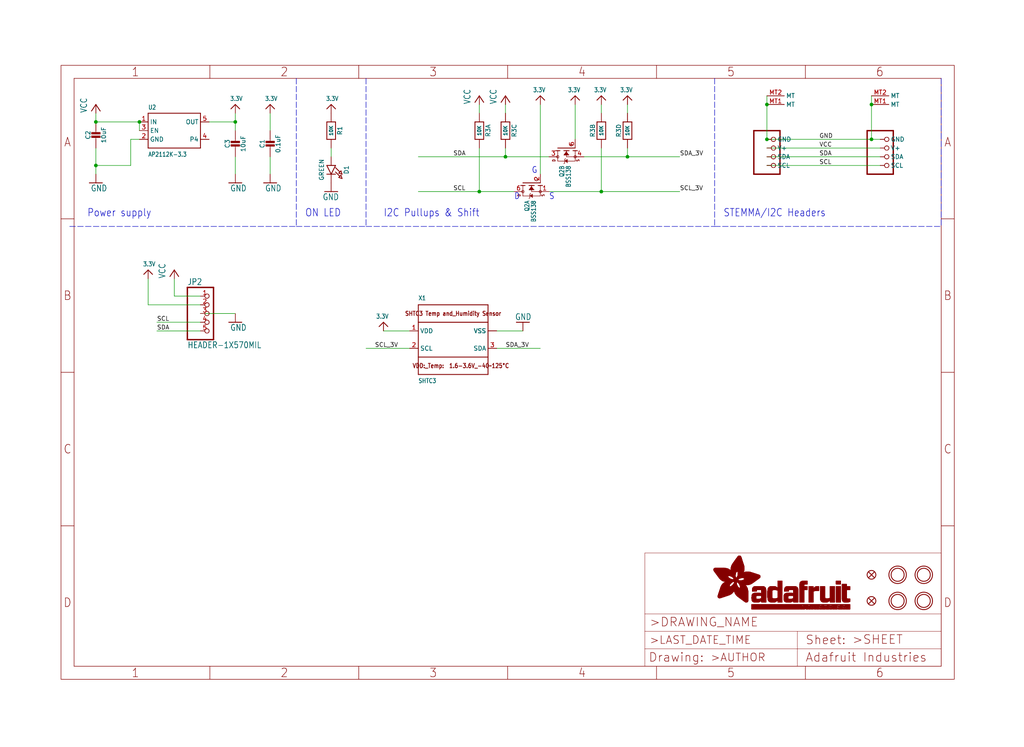
<source format=kicad_sch>
(kicad_sch (version 20211123) (generator eeschema)
  (paper "User" 298.45 217.881)
  (lib_symbols
    (symbol "eagleSchem-eagle-import:3.3V" (power)
      (property "Value" "3.3V" (at -1.524 1.016 0))
      (symbol "3.3V_1_0"
        (pin power_in line (at 0 -2.54 90) (length 2.54) (name "3.3V") (number "1"))
      )
    )
    (symbol "eagleSchem-eagle-import:CAP_CERAMIC0603_NO"
      (property "Reference" "C" (at -2.29 1.25 90))
      (property "Value" "CAP_CERAMIC0603_NO" (at 2.3 1.25 90))
      (symbol "CAP_CERAMIC0603_NO_1_0"
        (pin passive line (at 0 5.08 270) (length 2.54) (name "1") (number "1"))
        (pin passive line (at 0 -2.54 90) (length 2.54) (name "2") (number "2"))
      )
    )
    (symbol "eagleSchem-eagle-import:CAP_CERAMIC0805-NOOUTLINE"
      (property "Reference" "C" (at -2.29 1.25 90))
      (property "Value" "CAP_CERAMIC0805-NOOUTLINE" (at 2.3 1.25 90))
      (symbol "CAP_CERAMIC0805-NOOUTLINE_1_0"
        (pin passive line (at 0 5.08 270) (length 2.54) (name "1") (number "1"))
        (pin passive line (at 0 -2.54 90) (length 2.54) (name "2") (number "2"))
      )
    )
    (symbol "eagleSchem-eagle-import:FIDUCIAL_1MM")
    (symbol "eagleSchem-eagle-import:FRAME_A4_ADAFRUIT"
      (symbol "FRAME_A4_ADAFRUIT_0_0"
        (text "1" (at 21.6958 1.905 0) (effects (font (size 2.54 2.286))))
        (text "1" (at 21.6958 177.165 0) (effects (font (size 2.54 2.286))))
        (text "2" (at 65.0875 1.905 0) (effects (font (size 2.54 2.286))))
        (text "2" (at 65.0875 177.165 0) (effects (font (size 2.54 2.286))))
        (text "3" (at 108.4792 1.905 0) (effects (font (size 2.54 2.286))))
        (text "3" (at 108.4792 177.165 0) (effects (font (size 2.54 2.286))))
        (text "4" (at 151.8708 1.905 0) (effects (font (size 2.54 2.286))))
        (text "4" (at 151.8708 177.165 0) (effects (font (size 2.54 2.286))))
        (text "5" (at 195.2625 1.905 0) (effects (font (size 2.54 2.286))))
        (text "5" (at 195.2625 177.165 0) (effects (font (size 2.54 2.286))))
        (text "6" (at 238.6542 1.905 0) (effects (font (size 2.54 2.286))))
        (text "6" (at 238.6542 177.165 0) (effects (font (size 2.54 2.286))))
        (text "A" (at 1.905 156.6863 0) (effects (font (size 2.54 2.286))))
        (text "A" (at 258.445 156.6863 0) (effects (font (size 2.54 2.286))))
        (text "B" (at 1.905 111.9188 0) (effects (font (size 2.54 2.286))))
        (text "B" (at 258.445 111.9188 0) (effects (font (size 2.54 2.286))))
        (text "C" (at 1.905 67.1513 0) (effects (font (size 2.54 2.286))))
        (text "C" (at 258.445 67.1513 0) (effects (font (size 2.54 2.286))))
        (text "D" (at 1.905 22.3838 0) (effects (font (size 2.54 2.286))))
        (text "D" (at 258.445 22.3838 0) (effects (font (size 2.54 2.286))))
      )
      (symbol "FRAME_A4_ADAFRUIT_1_0"
        (text ">AUTHOR" (at 189.23 5.08 0) (effects (font (size 2.286 2.286)) (justify left bottom)))
        (text ">DRAWING_NAME" (at 171.45 15.24 0) (effects (font (size 2.54 2.54)) (justify left bottom)))
        (text ">LAST_DATE_TIME" (at 171.45 10.16 0) (effects (font (size 2.286 2.286)) (justify left bottom)))
        (text ">SHEET" (at 230.505 10.16 0) (effects (font (size 2.54 2.54)) (justify left bottom)))
        (text "Adafruit Industries" (at 216.916 4.953 0) (effects (font (size 2.54 2.54)) (justify left bottom)))
        (text "Drawing:" (at 171.196 4.953 0) (effects (font (size 2.54 2.54)) (justify left bottom)))
        (text "Sheet:" (at 216.916 10.033 0) (effects (font (size 2.54 2.54)) (justify left bottom)))
      )
    )
    (symbol "eagleSchem-eagle-import:GND" (power)
      (property "Value" "GND" (at -2.54 -2.54 0))
      (symbol "GND_1_0"
        (pin power_in line (at 0 2.54 270) (length 2.54) (name "GND") (number "1"))
      )
    )
    (symbol "eagleSchem-eagle-import:HEADER-1X570MIL"
      (property "Reference" "JP" (at -6.35 8.255 0))
      (property "Value" "HEADER-1X570MIL" (at -6.35 -10.16 0))
      (symbol "HEADER-1X570MIL_1_0"
        (pin passive inverted (at -2.54 5.08 0) (length 2.54) (name "1") (number "1"))
        (pin passive inverted (at -2.54 2.54 0) (length 2.54) (name "2") (number "2"))
        (pin passive inverted (at -2.54 0 0) (length 2.54) (name "3") (number "3"))
        (pin passive inverted (at -2.54 -2.54 0) (length 2.54) (name "4") (number "4"))
        (pin passive inverted (at -2.54 -5.08 0) (length 2.54) (name "5") (number "5"))
      )
    )
    (symbol "eagleSchem-eagle-import:LED0603_NOOUTLINE"
      (property "Reference" "D" (at -1.27 4.445 0))
      (property "Value" "LED0603_NOOUTLINE" (at -1.27 -2.794 0))
      (symbol "LED0603_NOOUTLINE_1_0"
        (pin passive line (at -5.08 0 0) (length 2.54) (name "A") (number "A"))
        (pin passive line (at 2.54 0 180) (length 2.54) (name "C") (number "C"))
      )
    )
    (symbol "eagleSchem-eagle-import:MOSFET-N_DUAL"
      (property "Reference" "Q" (at 5.08 0.635 0))
      (property "Value" "MOSFET-N_DUAL" (at 5.08 -1.27 0))
      (symbol "MOSFET-N_DUAL_1_0"
        (text "D" (at 3.175 3.175 0) (effects (font (size 0.8128 0.6908)) (justify left bottom)))
        (text "G" (at -1.27 -1.905 0) (effects (font (size 0.8128 0.6908)) (justify left bottom)))
        (text "S" (at 3.175 -3.81 0) (effects (font (size 0.8128 0.6908)) (justify left bottom)))
        (pin bidirectional line (at 2.54 -5.08 90) (length 2.54) (name "S") (number "1"))
        (pin bidirectional line (at -2.54 -2.54 0) (length 2.54) (name "G") (number "2"))
        (pin bidirectional line (at 2.54 5.08 270) (length 2.54) (name "D") (number "6"))
      )
      (symbol "MOSFET-N_DUAL_2_0"
        (text "D" (at 3.175 3.175 0) (effects (font (size 0.8128 0.6908)) (justify left bottom)))
        (text "G" (at -1.27 -1.905 0) (effects (font (size 0.8128 0.6908)) (justify left bottom)))
        (text "S" (at 3.175 -3.81 0) (effects (font (size 0.8128 0.6908)) (justify left bottom)))
        (pin bidirectional line (at 2.54 5.08 270) (length 2.54) (name "D") (number "3"))
        (pin bidirectional line (at 2.54 -5.08 90) (length 2.54) (name "S") (number "4"))
        (pin bidirectional line (at -2.54 -2.54 0) (length 2.54) (name "G") (number "5"))
      )
    )
    (symbol "eagleSchem-eagle-import:MOUNTINGHOLE2.5")
    (symbol "eagleSchem-eagle-import:RESISTOR_0603_NOOUT"
      (property "Reference" "R" (at 0 2.54 0))
      (property "Value" "RESISTOR_0603_NOOUT" (at 0 0 0))
      (symbol "RESISTOR_0603_NOOUT_1_0"
        (pin passive line (at -5.08 0 0) (length 2.54) (name "1") (number "1"))
        (pin passive line (at 5.08 0 180) (length 2.54) (name "2") (number "2"))
      )
    )
    (symbol "eagleSchem-eagle-import:RESISTOR_4PACK"
      (property "Reference" "R" (at 0 2.54 0))
      (property "Value" "RESISTOR_4PACK" (at 0 0 0))
      (symbol "RESISTOR_4PACK_1_0"
        (pin passive line (at -5.08 0 0) (length 2.54) (name "1") (number "1"))
        (pin passive line (at 5.08 0 180) (length 2.54) (name "2") (number "8"))
      )
      (symbol "RESISTOR_4PACK_2_0"
        (pin passive line (at -5.08 0 0) (length 2.54) (name "1") (number "2"))
        (pin passive line (at 5.08 0 180) (length 2.54) (name "2") (number "7"))
      )
      (symbol "RESISTOR_4PACK_3_0"
        (pin passive line (at -5.08 0 0) (length 2.54) (name "1") (number "3"))
        (pin passive line (at 5.08 0 180) (length 2.54) (name "2") (number "6"))
      )
      (symbol "RESISTOR_4PACK_4_0"
        (pin passive line (at -5.08 0 0) (length 2.54) (name "1") (number "4"))
        (pin passive line (at 5.08 0 180) (length 2.54) (name "2") (number "5"))
      )
    )
    (symbol "eagleSchem-eagle-import:SHTC3"
      (property "Reference" "X" (at -10.16 11.43 0))
      (property "Value" "SHTC3" (at -10.16 -12.7 0))
      (symbol "SHTC3_1_0"
        (text "1.6-3.6V_-40~125°C" (at -1.27 -7.62 0) (effects (font (size 1.27 1.0795) (thickness 0.2159) bold) (justify left)))
        (text "SHTC3 Temp and_Humidity Sensor" (at 0 7.62 0) (effects (font (size 1.27 1.0795) (thickness 0.2159) bold)))
        (text "VDD:_Temp:" (at -2.54 -7.62 0) (effects (font (size 1.27 1.0795) (thickness 0.2159) bold) (justify right)))
        (pin power_in line (at -12.7 2.54 0) (length 2.54) (name "VDD") (number "1"))
        (pin bidirectional line (at -12.7 -2.54 0) (length 2.54) (name "SCL") (number "2"))
        (pin bidirectional line (at 12.7 -2.54 180) (length 2.54) (name "SDA") (number "3"))
        (pin power_in line (at 12.7 2.54 180) (length 2.54) (name "VSS") (number "4"))
        (pin power_in line (at 12.7 2.54 180) (length 2.54) (name "VSS") (number "MNT"))
      )
    )
    (symbol "eagleSchem-eagle-import:STEMMA_I2C_QT"
      (symbol "STEMMA_I2C_QT_1_0"
        (pin passive inverted (at 0 5.08 0) (length 2.54) (name "GND") (number "1"))
        (pin passive inverted (at 0 2.54 0) (length 2.54) (name "V+") (number "2"))
        (pin passive inverted (at 0 0 0) (length 2.54) (name "SDA") (number "3"))
        (pin passive inverted (at 0 -2.54 0) (length 2.54) (name "SCL") (number "4"))
      )
      (symbol "STEMMA_I2C_QT_2_0"
        (pin bidirectional line (at 0 0 0) (length 5.08) (name "MT") (number "MT1"))
      )
      (symbol "STEMMA_I2C_QT_3_0"
        (pin bidirectional line (at 0 0 0) (length 5.08) (name "MT") (number "MT2"))
      )
    )
    (symbol "eagleSchem-eagle-import:VCC" (power)
      (property "Value" "VCC" (at -2.54 -2.54 90))
      (symbol "VCC_1_0"
        (pin power_in line (at 0 -2.54 90) (length 2.54) (name "VCC") (number "1"))
      )
    )
    (symbol "eagleSchem-eagle-import:VREG_SOT23-5"
      (property "Reference" "U" (at -7.62 6.096 0))
      (property "Value" "VREG_SOT23-5" (at -7.62 -7.62 0))
      (symbol "VREG_SOT23-5_1_0"
        (pin power_in line (at -10.16 2.54 0) (length 2.54) (name "IN") (number "1"))
        (pin power_in line (at -10.16 -2.54 0) (length 2.54) (name "GND") (number "2"))
        (pin input line (at -10.16 0 0) (length 2.54) (name "EN") (number "3"))
        (pin bidirectional line (at 10.16 -2.54 180) (length 2.54) (name "P4") (number "4"))
        (pin power_in line (at 10.16 2.54 180) (length 2.54) (name "OUT") (number "5"))
      )
    )
  )
  (junction (at 223.52 40.64))
  (junction (at 40.64 35.56))
  (junction (at 175.26 55.88))
  (junction (at 68.58 35.56))
  (junction (at 254 30.48))
  (junction (at 147.32 45.72))
  (junction (at 254 40.64))
  (junction (at 27.94 48.26))
  (junction (at 139.7 55.88))
  (junction (at 223.52 30.48))
  (junction (at 182.88 45.72))
  (junction (at 27.94 35.56))
  (wire (pts (xy 160.02 55.88) (xy 175.26 55.88)))
  (wire (pts (xy 167.64 40.64) (xy 167.64 30.48)))
  (wire (pts (xy 182.88 45.72) (xy 198.12 45.72)))
  (wire (pts (xy 68.58 35.56) (xy 68.58 38.1)))
  (wire (pts (xy 119.38 101.6) (xy 106.68 101.6)))
  (wire (pts (xy 254 27.94) (xy 254 30.48)))
  (wire (pts (xy 38.1 40.64) (xy 38.1 48.26)))
  (wire (pts (xy 170.18 45.72) (xy 182.88 45.72)))
  (polyline (pts (xy 208.28 22.86) (xy 208.28 66.04)))
  (wire (pts (xy 68.58 35.56) (xy 68.58 33.02)))
  (polyline (pts (xy 208.28 66.04) (xy 274.32 66.04)))
  (polyline (pts (xy 106.68 22.86) (xy 106.68 66.04)))
  (polyline (pts (xy 86.36 66.04) (xy 106.68 66.04)))
  (wire (pts (xy 58.42 93.98) (xy 45.72 93.98)))
  (polyline (pts (xy 20.32 66.04) (xy 86.36 66.04)))
  (wire (pts (xy 139.7 55.88) (xy 121.92 55.88)))
  (wire (pts (xy 58.42 88.9) (xy 43.18 88.9)))
  (wire (pts (xy 78.74 33.02) (xy 78.74 38.1)))
  (wire (pts (xy 254 30.48) (xy 254 40.64)))
  (wire (pts (xy 144.78 101.6) (xy 157.48 101.6)))
  (wire (pts (xy 58.42 96.52) (xy 45.72 96.52)))
  (polyline (pts (xy 86.36 22.86) (xy 86.36 66.04)))
  (wire (pts (xy 40.64 38.1) (xy 40.64 35.56)))
  (wire (pts (xy 160.02 45.72) (xy 147.32 45.72)))
  (wire (pts (xy 149.86 55.88) (xy 139.7 55.88)))
  (polyline (pts (xy 274.32 22.86) (xy 274.32 66.04)))
  (wire (pts (xy 50.8 86.36) (xy 50.8 81.28)))
  (wire (pts (xy 139.7 30.48) (xy 139.7 33.02)))
  (wire (pts (xy 152.4 96.52) (xy 144.78 96.52)))
  (wire (pts (xy 175.26 55.88) (xy 198.12 55.88)))
  (wire (pts (xy 78.74 45.72) (xy 78.74 50.8)))
  (wire (pts (xy 223.52 43.18) (xy 256.54 43.18)))
  (wire (pts (xy 60.96 35.56) (xy 68.58 35.56)))
  (wire (pts (xy 157.48 50.8) (xy 157.48 30.48)))
  (wire (pts (xy 58.42 86.36) (xy 50.8 86.36)))
  (wire (pts (xy 38.1 48.26) (xy 27.94 48.26)))
  (wire (pts (xy 27.94 48.26) (xy 27.94 50.8)))
  (wire (pts (xy 223.52 27.94) (xy 223.52 30.48)))
  (wire (pts (xy 27.94 48.26) (xy 27.94 43.18)))
  (wire (pts (xy 40.64 40.64) (xy 38.1 40.64)))
  (wire (pts (xy 175.26 43.18) (xy 175.26 55.88)))
  (wire (pts (xy 40.64 35.56) (xy 27.94 35.56)))
  (wire (pts (xy 182.88 43.18) (xy 182.88 45.72)))
  (wire (pts (xy 147.32 33.02) (xy 147.32 30.48)))
  (wire (pts (xy 96.52 45.72) (xy 96.52 43.18)))
  (wire (pts (xy 147.32 43.18) (xy 147.32 45.72)))
  (polyline (pts (xy 106.68 66.04) (xy 208.28 66.04)))
  (wire (pts (xy 175.26 33.02) (xy 175.26 30.48)))
  (wire (pts (xy 223.52 48.26) (xy 256.54 48.26)))
  (wire (pts (xy 68.58 45.72) (xy 68.58 50.8)))
  (wire (pts (xy 256.54 40.64) (xy 254 40.64)))
  (wire (pts (xy 58.42 91.44) (xy 68.58 91.44)))
  (wire (pts (xy 254 40.64) (xy 223.52 40.64)))
  (wire (pts (xy 223.52 30.48) (xy 223.52 40.64)))
  (wire (pts (xy 182.88 33.02) (xy 182.88 30.48)))
  (wire (pts (xy 27.94 33.02) (xy 27.94 35.56)))
  (wire (pts (xy 111.76 96.52) (xy 119.38 96.52)))
  (wire (pts (xy 43.18 88.9) (xy 43.18 81.28)))
  (wire (pts (xy 256.54 45.72) (xy 223.52 45.72)))
  (wire (pts (xy 147.32 45.72) (xy 121.92 45.72)))
  (wire (pts (xy 139.7 43.18) (xy 139.7 55.88)))
  (text "D" (at 149.86 58.42 180) (effects (font (size 1.778 1.5113)) (justify left bottom)))
  (text "STEMMA/I2C Headers" (at 210.82 63.5 180) (effects (font (size 2.1844 1.8567)) (justify left bottom)))
  (text "ON LED" (at 88.9 63.5 180) (effects (font (size 2.1844 1.8567)) (justify left bottom)))
  (text "S" (at 160.02 58.42 180) (effects (font (size 1.778 1.5113)) (justify left bottom)))
  (text "I2C Pullups & Shift" (at 111.76 63.5 180) (effects (font (size 2.1844 1.8567)) (justify left bottom)))
  (text "G" (at 154.94 50.8 180) (effects (font (size 1.778 1.5113)) (justify left bottom)))
  (text "Power supply" (at 25.4 63.5 180) (effects (font (size 2.1844 1.8567)) (justify left bottom)))
  (label "VCC" (at 238.76 43.18 0) (effects (font (size 1.2446 1.2446))))
  (label "SCL_3V" (at 109.22 101.6 0) (effects (font (size 1.2446 1.2446))))
  (label "SDA" (at 132.08 45.72 0) (effects (font (size 1.2446 1.2446))))
  (label "GND" (at 238.76 40.64 0) (effects (font (size 1.2446 1.2446))))
  (label "SCL" (at 45.72 93.98 0) (effects (font (size 1.2446 1.2446))))
  (label "SDA" (at 45.72 96.52 0) (effects (font (size 1.2446 1.2446))))
  (label "SCL_3V" (at 198.12 55.88 0) (effects (font (size 1.2446 1.2446))))
  (label "SDA_3V" (at 198.12 45.72 0) (effects (font (size 1.2446 1.2446))))
  (label "SDA" (at 238.76 45.72 0) (effects (font (size 1.2446 1.2446))))
  (label "SCL" (at 238.76 48.26 0) (effects (font (size 1.2446 1.2446))))
  (label "SCL" (at 132.08 55.88 0) (effects (font (size 1.2446 1.2446))))
  (label "SDA_3V" (at 147.32 101.6 0) (effects (font (size 1.2446 1.2446))))
  (symbol (lib_id "eagleSchem-eagle-import:RESISTOR_4PACK") (at 139.7 38.1 270) (unit 1)
    (property "Reference" "R3" (at 142.24 38.1 0))
    (property "Value" "10K" (at 139.7 38.1 0) (effects (font (size 1.016 1.016) bold)))
    (property "Footprint" "eagleSchem:RESPACK_4X0603" (effects hide))
  )
  (symbol (lib_id "eagleSchem-eagle-import:CAP_CERAMIC0603_NO") (at 78.74 43.18 0) (unit 1)
    (property "Reference" "C1" (at 76.45 41.93 90))
    (property "Value" "0.1uF" (at 81.04 41.93 90))
    (property "Footprint" "eagleSchem:0603-NO" (effects hide))
  )
  (symbol (lib_id "eagleSchem-eagle-import:3.3V") (at 78.74 30.48 0) (unit 1)
    (property "Reference" "#U$14" (effects hide))
    (property "Value" "3.3V" (at 77.216 29.464 0) (effects (font (size 1.27 1.0795)) (justify left bottom)))
    (property "Footprint" "eagleSchem:" (effects hide))
  )
  (symbol (lib_id "eagleSchem-eagle-import:STEMMA_I2C_QT") (at 256.54 45.72 0) (unit 1)
    (property "Reference" "CONN4" (effects hide))
    (property "Value" "STEMMA_I2C_QT" (effects hide))
    (property "Footprint" "eagleSchem:JST_SH4" (effects hide))
  )
  (symbol (lib_id "eagleSchem-eagle-import:3.3V") (at 167.64 27.94 0) (mirror y) (unit 1)
    (property "Reference" "#U$23" (effects hide))
    (property "Value" "3.3V" (at 169.164 26.924 0) (effects (font (size 1.27 1.0795)) (justify left bottom)))
    (property "Footprint" "eagleSchem:" (effects hide))
  )
  (symbol (lib_id "eagleSchem-eagle-import:VCC") (at 139.7 27.94 0) (unit 1)
    (property "Reference" "#P+1" (effects hide))
    (property "Value" "VCC" (at 137.16 30.48 90) (effects (font (size 1.778 1.5113)) (justify left bottom)))
    (property "Footprint" "eagleSchem:" (effects hide))
  )
  (symbol (lib_id "eagleSchem-eagle-import:3.3V") (at 182.88 27.94 0) (mirror y) (unit 1)
    (property "Reference" "#U$7" (effects hide))
    (property "Value" "3.3V" (at 184.404 26.924 0) (effects (font (size 1.27 1.0795)) (justify left bottom)))
    (property "Footprint" "eagleSchem:" (effects hide))
  )
  (symbol (lib_id "eagleSchem-eagle-import:3.3V") (at 157.48 27.94 0) (mirror y) (unit 1)
    (property "Reference" "#U$26" (effects hide))
    (property "Value" "3.3V" (at 159.004 26.924 0) (effects (font (size 1.27 1.0795)) (justify left bottom)))
    (property "Footprint" "eagleSchem:" (effects hide))
  )
  (symbol (lib_id "eagleSchem-eagle-import:GND") (at 152.4 93.98 180) (unit 1)
    (property "Reference" "#GND1" (effects hide))
    (property "Value" "GND" (at 154.94 91.44 0) (effects (font (size 1.778 1.5113)) (justify left bottom)))
    (property "Footprint" "eagleSchem:" (effects hide))
  )
  (symbol (lib_id "eagleSchem-eagle-import:STEMMA_I2C_QT") (at 254 30.48 0) (unit 2)
    (property "Reference" "CONN4" (effects hide))
    (property "Value" "STEMMA_I2C_QT" (effects hide))
    (property "Footprint" "eagleSchem:JST_SH4" (effects hide))
  )
  (symbol (lib_id "eagleSchem-eagle-import:3.3V") (at 68.58 30.48 0) (unit 1)
    (property "Reference" "#U$15" (effects hide))
    (property "Value" "3.3V" (at 67.056 29.464 0) (effects (font (size 1.27 1.0795)) (justify left bottom)))
    (property "Footprint" "eagleSchem:" (effects hide))
  )
  (symbol (lib_id "eagleSchem-eagle-import:VCC") (at 50.8 78.74 0) (unit 1)
    (property "Reference" "#P+4" (effects hide))
    (property "Value" "VCC" (at 48.26 81.28 90) (effects (font (size 1.778 1.5113)) (justify left bottom)))
    (property "Footprint" "eagleSchem:" (effects hide))
  )
  (symbol (lib_id "eagleSchem-eagle-import:FRAME_A4_ADAFRUIT") (at 17.78 198.12 0) (unit 1)
    (property "Reference" "#U$18" (effects hide))
    (property "Value" "FRAME_A4_ADAFRUIT" (effects hide))
    (property "Footprint" "eagleSchem:" (effects hide))
  )
  (symbol (lib_id "eagleSchem-eagle-import:3.3V") (at 43.18 78.74 0) (unit 1)
    (property "Reference" "#U$16" (effects hide))
    (property "Value" "3.3V" (at 41.656 77.724 0) (effects (font (size 1.27 1.0795)) (justify left bottom)))
    (property "Footprint" "eagleSchem:" (effects hide))
  )
  (symbol (lib_id "eagleSchem-eagle-import:RESISTOR_0603_NOOUT") (at 96.52 38.1 270) (unit 1)
    (property "Reference" "R1" (at 99.06 38.1 0))
    (property "Value" "10K" (at 96.52 38.1 0) (effects (font (size 1.016 1.016) bold)))
    (property "Footprint" "eagleSchem:0603-NO" (effects hide))
  )
  (symbol (lib_id "eagleSchem-eagle-import:HEADER-1X570MIL") (at 60.96 91.44 0) (unit 1)
    (property "Reference" "JP2" (at 54.61 83.185 0) (effects (font (size 1.778 1.5113)) (justify left bottom)))
    (property "Value" "HEADER-1X570MIL" (at 54.61 101.6 0) (effects (font (size 1.778 1.5113)) (justify left bottom)))
    (property "Footprint" "eagleSchem:1X05_ROUND_70" (effects hide))
  )
  (symbol (lib_id "eagleSchem-eagle-import:MOUNTINGHOLE2.5") (at 261.62 175.26 0) (unit 1)
    (property "Reference" "U$1" (effects hide))
    (property "Value" "MOUNTINGHOLE2.5" (effects hide))
    (property "Footprint" "eagleSchem:MOUNTINGHOLE_2.5_PLATED" (effects hide))
  )
  (symbol (lib_id "eagleSchem-eagle-import:3.3V") (at 111.76 93.98 0) (mirror y) (unit 1)
    (property "Reference" "#U$2" (effects hide))
    (property "Value" "3.3V" (at 113.284 92.964 0) (effects (font (size 1.27 1.0795)) (justify left bottom)))
    (property "Footprint" "eagleSchem:" (effects hide))
  )
  (symbol (lib_id "eagleSchem-eagle-import:FIDUCIAL_1MM") (at 254 175.26 0) (unit 1)
    (property "Reference" "FID3" (effects hide))
    (property "Value" "FIDUCIAL_1MM" (effects hide))
    (property "Footprint" "eagleSchem:FIDUCIAL_1MM" (effects hide))
  )
  (symbol (lib_id "eagleSchem-eagle-import:GND") (at 27.94 53.34 0) (unit 1)
    (property "Reference" "#U$13" (effects hide))
    (property "Value" "GND" (at 26.416 55.88 0) (effects (font (size 1.778 1.5113)) (justify left bottom)))
    (property "Footprint" "eagleSchem:" (effects hide))
  )
  (symbol (lib_id "eagleSchem-eagle-import:CAP_CERAMIC0805-NOOUTLINE") (at 68.58 43.18 0) (unit 1)
    (property "Reference" "C3" (at 66.29 41.93 90))
    (property "Value" "10uF" (at 70.88 41.93 90))
    (property "Footprint" "eagleSchem:0805-NO" (effects hide))
  )
  (symbol (lib_id "eagleSchem-eagle-import:CAP_CERAMIC0805-NOOUTLINE") (at 27.94 40.64 0) (unit 1)
    (property "Reference" "C2" (at 25.65 39.39 90))
    (property "Value" "10uF" (at 30.24 39.39 90))
    (property "Footprint" "eagleSchem:0805-NO" (effects hide))
  )
  (symbol (lib_id "eagleSchem-eagle-import:VCC") (at 27.94 30.48 0) (unit 1)
    (property "Reference" "#P+3" (effects hide))
    (property "Value" "VCC" (at 25.4 33.02 90) (effects (font (size 1.778 1.5113)) (justify left bottom)))
    (property "Footprint" "eagleSchem:" (effects hide))
  )
  (symbol (lib_id "eagleSchem-eagle-import:GND") (at 96.52 55.88 0) (unit 1)
    (property "Reference" "#GND6" (effects hide))
    (property "Value" "GND" (at 93.98 58.42 0) (effects (font (size 1.778 1.5113)) (justify left bottom)))
    (property "Footprint" "eagleSchem:" (effects hide))
  )
  (symbol (lib_id "eagleSchem-eagle-import:STEMMA_I2C_QT") (at 254 27.94 0) (unit 3)
    (property "Reference" "CONN4" (effects hide))
    (property "Value" "STEMMA_I2C_QT" (effects hide))
    (property "Footprint" "eagleSchem:JST_SH4" (effects hide))
  )
  (symbol (lib_id "eagleSchem-eagle-import:MOUNTINGHOLE2.5") (at 269.24 175.26 0) (unit 1)
    (property "Reference" "U$21" (effects hide))
    (property "Value" "MOUNTINGHOLE2.5" (effects hide))
    (property "Footprint" "eagleSchem:MOUNTINGHOLE_2.5_PLATED" (effects hide))
  )
  (symbol (lib_id "eagleSchem-eagle-import:3.3V") (at 96.52 30.48 0) (unit 1)
    (property "Reference" "#U$3" (effects hide))
    (property "Value" "3.3V" (at 94.996 29.464 0) (effects (font (size 1.27 1.0795)) (justify left bottom)))
    (property "Footprint" "eagleSchem:" (effects hide))
  )
  (symbol (lib_id "eagleSchem-eagle-import:SHTC3") (at 132.08 99.06 0) (unit 1)
    (property "Reference" "X1" (at 121.92 87.63 0) (effects (font (size 1.27 1.0795)) (justify left bottom)))
    (property "Value" "SHTC3" (at 121.92 111.76 0) (effects (font (size 1.27 1.0795)) (justify left bottom)))
    (property "Footprint" "eagleSchem:SHTC3" (effects hide))
  )
  (symbol (lib_id "eagleSchem-eagle-import:STEMMA_I2C_QT") (at 223.52 45.72 0) (unit 1)
    (property "Reference" "CONN3" (effects hide))
    (property "Value" "STEMMA_I2C_QT" (effects hide))
    (property "Footprint" "eagleSchem:JST_SH4" (effects hide))
  )
  (symbol (lib_id "eagleSchem-eagle-import:RESISTOR_4PACK") (at 147.32 38.1 270) (unit 3)
    (property "Reference" "R3" (at 149.86 38.1 0))
    (property "Value" "10K" (at 147.32 38.1 0) (effects (font (size 1.016 1.016) bold)))
    (property "Footprint" "eagleSchem:RESPACK_4X0603" (effects hide))
  )
  (symbol (lib_id "eagleSchem-eagle-import:MOSFET-N_DUAL") (at 154.94 53.34 90) (mirror x) (unit 1)
    (property "Reference" "Q2" (at 154.305 58.42 0) (effects (font (size 1.27 1.0795)) (justify left bottom)))
    (property "Value" "BSS138" (at 156.21 58.42 0) (effects (font (size 1.27 1.0795)) (justify left bottom)))
    (property "Footprint" "eagleSchem:SOT363" (effects hide))
  )
  (symbol (lib_id "eagleSchem-eagle-import:MOSFET-N_DUAL") (at 165.1 43.18 90) (mirror x) (unit 2)
    (property "Reference" "Q2" (at 164.465 48.26 0) (effects (font (size 1.27 1.0795)) (justify left bottom)))
    (property "Value" "BSS138" (at 166.37 48.26 0) (effects (font (size 1.27 1.0795)) (justify left bottom)))
    (property "Footprint" "eagleSchem:SOT363" (effects hide))
  )
  (symbol (lib_id "eagleSchem-eagle-import:VREG_SOT23-5") (at 50.8 38.1 0) (unit 1)
    (property "Reference" "U2" (at 43.18 32.004 0) (effects (font (size 1.27 1.0795)) (justify left bottom)))
    (property "Value" "AP2112K-3.3" (at 43.18 45.72 0) (effects (font (size 1.27 1.0795)) (justify left bottom)))
    (property "Footprint" "eagleSchem:SOT23-5" (effects hide))
  )
  (symbol (lib_id "eagleSchem-eagle-import:STEMMA_I2C_QT") (at 223.52 30.48 0) (unit 2)
    (property "Reference" "CONN3" (effects hide))
    (property "Value" "STEMMA_I2C_QT" (effects hide))
    (property "Footprint" "eagleSchem:JST_SH4" (effects hide))
  )
  (symbol (lib_id "eagleSchem-eagle-import:3.3V") (at 175.26 27.94 0) (mirror y) (unit 1)
    (property "Reference" "#U$24" (effects hide))
    (property "Value" "3.3V" (at 176.784 26.924 0) (effects (font (size 1.27 1.0795)) (justify left bottom)))
    (property "Footprint" "eagleSchem:" (effects hide))
  )
  (symbol (lib_id "eagleSchem-eagle-import:MOUNTINGHOLE2.5") (at 269.24 167.64 0) (unit 1)
    (property "Reference" "U$19" (effects hide))
    (property "Value" "MOUNTINGHOLE2.5" (effects hide))
    (property "Footprint" "eagleSchem:MOUNTINGHOLE_2.5_PLATED" (effects hide))
  )
  (symbol (lib_id "eagleSchem-eagle-import:FIDUCIAL_1MM") (at 254 167.64 0) (unit 1)
    (property "Reference" "FID4" (effects hide))
    (property "Value" "FIDUCIAL_1MM" (effects hide))
    (property "Footprint" "eagleSchem:FIDUCIAL_1MM" (effects hide))
  )
  (symbol (lib_id "eagleSchem-eagle-import:GND") (at 68.58 93.98 0) (unit 1)
    (property "Reference" "#U$10" (effects hide))
    (property "Value" "GND" (at 67.056 96.52 0) (effects (font (size 1.778 1.5113)) (justify left bottom)))
    (property "Footprint" "eagleSchem:" (effects hide))
  )
  (symbol (lib_id "eagleSchem-eagle-import:LED0603_NOOUTLINE") (at 96.52 50.8 270) (unit 1)
    (property "Reference" "D1" (at 100.965 49.53 0))
    (property "Value" "GREEN" (at 93.726 49.53 0))
    (property "Footprint" "eagleSchem:CHIPLED_0603_NOOUTLINE" (effects hide))
  )
  (symbol (lib_id "eagleSchem-eagle-import:RESISTOR_4PACK") (at 175.26 38.1 90) (mirror x) (unit 2)
    (property "Reference" "R3" (at 172.72 38.1 0))
    (property "Value" "10K" (at 175.26 38.1 0) (effects (font (size 1.016 1.016) bold)))
    (property "Footprint" "eagleSchem:RESPACK_4X0603" (effects hide))
  )
  (symbol (lib_id "eagleSchem-eagle-import:RESISTOR_4PACK") (at 182.88 38.1 90) (mirror x) (unit 4)
    (property "Reference" "R3" (at 180.34 38.1 0))
    (property "Value" "10K" (at 182.88 38.1 0) (effects (font (size 1.016 1.016) bold)))
    (property "Footprint" "eagleSchem:RESPACK_4X0603" (effects hide))
  )
  (symbol (lib_id "eagleSchem-eagle-import:MOUNTINGHOLE2.5") (at 261.62 167.64 0) (unit 1)
    (property "Reference" "U$17" (effects hide))
    (property "Value" "MOUNTINGHOLE2.5" (effects hide))
    (property "Footprint" "eagleSchem:MOUNTINGHOLE_2.5_PLATED" (effects hide))
  )
  (symbol (lib_id "eagleSchem-eagle-import:GND") (at 78.74 53.34 0) (unit 1)
    (property "Reference" "#U$6" (effects hide))
    (property "Value" "GND" (at 77.216 55.88 0) (effects (font (size 1.778 1.5113)) (justify left bottom)))
    (property "Footprint" "eagleSchem:" (effects hide))
  )
  (symbol (lib_id "eagleSchem-eagle-import:STEMMA_I2C_QT") (at 223.52 27.94 0) (unit 3)
    (property "Reference" "CONN3" (effects hide))
    (property "Value" "STEMMA_I2C_QT" (effects hide))
    (property "Footprint" "eagleSchem:JST_SH4" (effects hide))
  )
  (symbol (lib_id "eagleSchem-eagle-import:VCC") (at 147.32 27.94 0) (unit 1)
    (property "Reference" "#P+2" (effects hide))
    (property "Value" "VCC" (at 144.78 30.48 90) (effects (font (size 1.778 1.5113)) (justify left bottom)))
    (property "Footprint" "eagleSchem:" (effects hide))
  )
  (symbol (lib_id "eagleSchem-eagle-import:GND") (at 68.58 53.34 0) (unit 1)
    (property "Reference" "#U$5" (effects hide))
    (property "Value" "GND" (at 67.056 55.88 0) (effects (font (size 1.778 1.5113)) (justify left bottom)))
    (property "Footprint" "eagleSchem:" (effects hide))
  )
)
</source>
